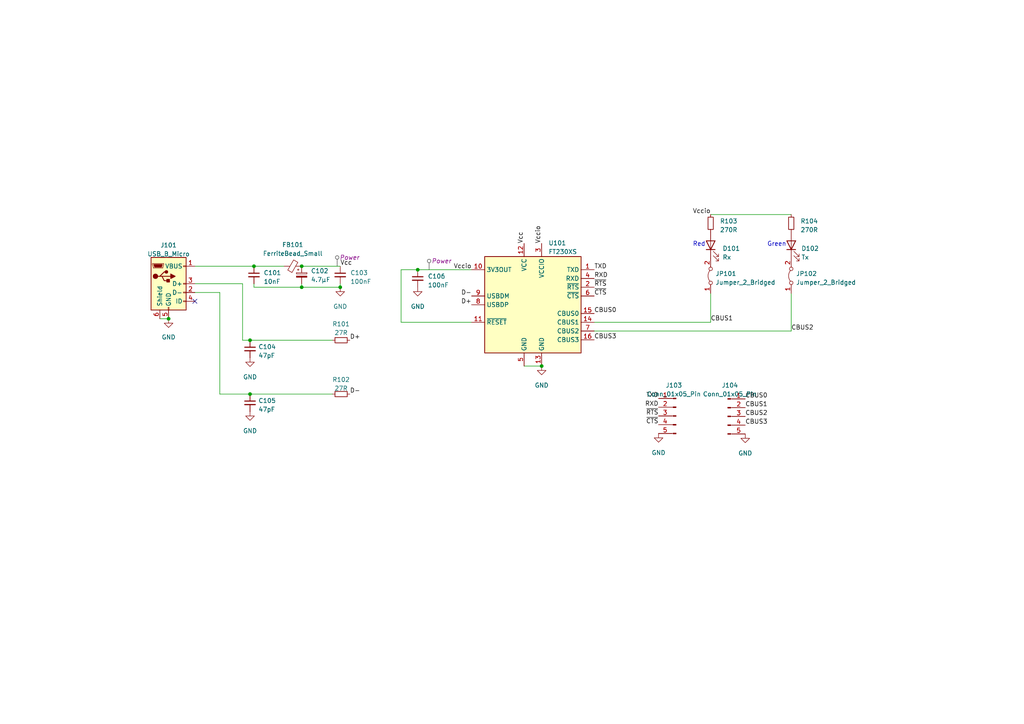
<source format=kicad_sch>
(kicad_sch (version 20230121) (generator eeschema)
  (paper "A4")
  (title_block (title "FT230X Breakout") (date "2024-07-05") (rev "1.1") (company "Copyright (c) 2024 Jason R. Thorpe.  See LICENSE."))
  (lib_symbols
    (symbol "Connector:Conn_01x05_Pin" (pin_names (offset 1.016) hide)
      (property "Reference" "J" (at 0 7.62 0))
      (property "Value" "Conn_01x05_Pin" (at 0 -7.62 0))
      (symbol "Conn_01x05_Pin_1_1"
        (polyline (pts (xy 1.27 -5.08) (xy 0.8636 -5.08)) (stroke (width 0.1524)))
        (polyline (pts (xy 1.27 -2.54) (xy 0.8636 -2.54)) (stroke (width 0.1524)))
        (polyline (pts (xy 1.27 0) (xy 0.8636 0)) (stroke (width 0.1524)))
        (polyline (pts (xy 1.27 2.54) (xy 0.8636 2.54)) (stroke (width 0.1524)))
        (polyline (pts (xy 1.27 5.08) (xy 0.8636 5.08)) (stroke (width 0.1524)))
        (rectangle (start 0.8636 -4.953) (end 0 -5.207) (stroke (width 0.1524)) (fill (type outline)))
        (rectangle (start 0.8636 -2.413) (end 0 -2.667) (stroke (width 0.1524)) (fill (type outline)))
        (rectangle (start 0.8636 0.127) (end 0 -0.127) (stroke (width 0.1524)) (fill (type outline)))
        (rectangle (start 0.8636 2.667) (end 0 2.413) (stroke (width 0.1524)) (fill (type outline)))
        (rectangle (start 0.8636 5.207) (end 0 4.953) (stroke (width 0.1524)) (fill (type outline)))
        (pin passive line (at 5.08 5.08 180) (length 3.81) (name "Pin_1") (number "1"))
        (pin passive line (at 5.08 2.54 180) (length 3.81) (name "Pin_2") (number "2"))
        (pin passive line (at 5.08 0 180) (length 3.81) (name "Pin_3") (number "3"))
        (pin passive line (at 5.08 -2.54 180) (length 3.81) (name "Pin_4") (number "4"))
        (pin passive line (at 5.08 -5.08 180) (length 3.81) (name "Pin_5") (number "5"))
      )
    )
    (symbol "Connector:USB_B_Micro" (pin_names (offset 1.016))
      (property "Reference" "J" (at -5.08 11.43 0))
      (property "Value" "USB_B_Micro" (at -5.08 8.89 0))
      (symbol "USB_B_Micro_0_1"
        (rectangle (start -5.08 -7.62) (end 5.08 7.62) (stroke (width 0.254)) (fill (type background)))
        (circle (center -3.81 2.159) (radius 0.635) (stroke (width 0.254)) (fill (type outline)))
        (circle (center -0.635 3.429) (radius 0.381) (stroke (width 0.254)) (fill (type outline)))
        (rectangle (start -0.127 -7.62) (end 0.127 -6.858))
        (polyline (pts (xy -1.905 2.159) (xy 0.635 2.159)) (stroke (width 0.254)))
        (polyline (pts (xy -3.175 2.159) (xy -2.54 2.159) (xy -1.27 3.429) (xy -0.635 3.429)) (stroke (width 0.254)))
        (polyline (pts (xy -2.54 2.159) (xy -1.905 2.159) (xy -1.27 0.889) (xy 0 0.889)) (stroke (width 0.254)))
        (polyline (pts (xy 0.635 2.794) (xy 0.635 1.524) (xy 1.905 2.159) (xy 0.635 2.794)) (stroke (width 0.254)) (fill (type outline)))
        (polyline (pts (xy -4.318 5.588) (xy -1.778 5.588) (xy -2.032 4.826) (xy -4.064 4.826) (xy -4.318 5.588)) (fill (type outline)))
        (polyline (pts (xy -4.699 5.842) (xy -4.699 5.588) (xy -4.445 4.826) (xy -4.445 4.572) (xy -1.651 4.572) (xy -1.651 4.826) (xy -1.397 5.588) (xy -1.397 5.842) (xy -4.699 5.842)))
        (rectangle (start 0.254 1.27) (end -0.508 0.508) (stroke (width 0.254)) (fill (type outline)))
        (rectangle (start 5.08 -5.207) (end 4.318 -4.953))
        (rectangle (start 5.08 -2.667) (end 4.318 -2.413))
        (rectangle (start 5.08 -0.127) (end 4.318 0.127))
        (rectangle (start 5.08 4.953) (end 4.318 5.207))
      )
      (symbol "USB_B_Micro_1_1"
        (pin power_out line (at 7.62 5.08 180) (length 2.54) (name "VBUS") (number "1"))
        (pin bidirectional line (at 7.62 -2.54 180) (length 2.54) (name "D-") (number "2"))
        (pin bidirectional line (at 7.62 0 180) (length 2.54) (name "D+") (number "3"))
        (pin passive line (at 7.62 -5.08 180) (length 2.54) (name "ID") (number "4"))
        (pin power_out line (at 0 -10.16 90) (length 2.54) (name "GND") (number "5"))
        (pin passive line (at -2.54 -10.16 90) (length 2.54) (name "Shield") (number "6"))
      )
    )
    (symbol "Device:C_Polarized_Small" (pin_numbers hide) (pin_names (offset 0.254) hide)
      (property "Reference" "C" (at 0.254 1.778 0))
      (property "Value" "C_Polarized_Small" (at 0.254 -2.032 0))
      (symbol "C_Polarized_Small_0_1"
        (rectangle (start -1.524 -0.3048) (end 1.524 -0.6858) (fill (type outline)))
        (rectangle (start -1.524 0.6858) (end 1.524 0.3048))
        (polyline (pts (xy -1.27 1.524) (xy -0.762 1.524)))
        (polyline (pts (xy -1.016 1.27) (xy -1.016 1.778)))
      )
      (symbol "C_Polarized_Small_1_1"
        (pin passive line (at 0 2.54 270) (length 1.8542) (name "~") (number "1"))
        (pin passive line (at 0 -2.54 90) (length 1.8542) (name "~") (number "2"))
      )
    )
    (symbol "Device:C_Small" (pin_numbers hide) (pin_names (offset 0.254) hide)
      (property "Reference" "C" (at 0.254 1.778 0))
      (property "Value" "C_Small" (at 0.254 -2.032 0))
      (symbol "C_Small_0_1"
        (polyline (pts (xy -1.524 -0.508) (xy 1.524 -0.508)) (stroke (width 0.3302)))
        (polyline (pts (xy -1.524 0.508) (xy 1.524 0.508)) (stroke (width 0.3048)))
      )
      (symbol "C_Small_1_1"
        (pin passive line (at 0 2.54 270) (length 2.032) (name "~") (number "1"))
        (pin passive line (at 0 -2.54 90) (length 2.032) (name "~") (number "2"))
      )
    )
    (symbol "Device:FerriteBead_Small" (pin_numbers hide) (pin_names (offset 0))
      (property "Reference" "FB" (at 1.905 1.27 0))
      (property "Value" "FerriteBead_Small" (at 1.905 -1.27 0))
      (symbol "FerriteBead_Small_0_1"
        (polyline (pts (xy 0 -1.27) (xy 0 -0.7874)))
        (polyline (pts (xy 0 0.889) (xy 0 1.2954)))
        (polyline (pts (xy -1.8288 0.2794) (xy -1.1176 1.4986) (xy 1.8288 -0.2032) (xy 1.1176 -1.4224) (xy -1.8288 0.2794)))
      )
      (symbol "FerriteBead_Small_1_1"
        (pin passive line (at 0 2.54 270) (length 1.27) (name "~") (number "1"))
        (pin passive line (at 0 -2.54 90) (length 1.27) (name "~") (number "2"))
      )
    )
    (symbol "Device:LED" (pin_numbers hide) (pin_names (offset 1.016) hide)
      (property "Reference" "D" (at 0 2.54 0))
      (property "Value" "LED" (at 0 -2.54 0))
      (symbol "LED_0_1"
        (polyline (pts (xy -1.27 -1.27) (xy -1.27 1.27)) (stroke (width 0.254)))
        (polyline (pts (xy -1.27 0) (xy 1.27 0)))
        (polyline (pts (xy 1.27 -1.27) (xy 1.27 1.27) (xy -1.27 0) (xy 1.27 -1.27)) (stroke (width 0.254)))
        (polyline (pts (xy -3.048 -0.762) (xy -4.572 -2.286) (xy -3.81 -2.286) (xy -4.572 -2.286) (xy -4.572 -1.524)))
        (polyline (pts (xy -1.778 -0.762) (xy -3.302 -2.286) (xy -2.54 -2.286) (xy -3.302 -2.286) (xy -3.302 -1.524)))
      )
      (symbol "LED_1_1"
        (pin passive line (at -3.81 0 0) (length 2.54) (name "K") (number "1"))
        (pin passive line (at 3.81 0 180) (length 2.54) (name "A") (number "2"))
      )
    )
    (symbol "Device:R_Small" (pin_numbers hide) (pin_names (offset 0.254) hide)
      (property "Reference" "R" (at 0.762 0.508 0))
      (property "Value" "R_Small" (at 0.762 -1.016 0))
      (symbol "R_Small_0_1"
        (rectangle (start -0.762 1.778) (end 0.762 -1.778) (stroke (width 0.2032)))
      )
      (symbol "R_Small_1_1"
        (pin passive line (at 0 2.54 270) (length 0.762) (name "~") (number "1"))
        (pin passive line (at 0 -2.54 90) (length 0.762) (name "~") (number "2"))
      )
    )
    (symbol "Interface_USB:FT230XS"
      (property "Reference" "U" (at -13.97 15.24 0))
      (property "Value" "FT230XS" (at 7.62 15.24 0))
      (symbol "FT230XS_0_1"
        (rectangle (start -13.97 13.97) (end 13.97 -13.97) (stroke (width 0.254)) (fill (type background)))
      )
      (symbol "FT230XS_1_1"
        (pin output line (at 17.78 10.16 180) (length 3.81) (name "TXD") (number "1"))
        (pin power_out line (at -17.78 10.16 0) (length 3.81) (name "3V3OUT") (number "10"))
        (pin input line (at -17.78 -5.08 0) (length 3.81) (name "~{RESET}") (number "11"))
        (pin power_in line (at -2.54 17.78 270) (length 3.81) (name "VCC") (number "12"))
        (pin power_in line (at 2.54 -17.78 90) (length 3.81) (name "GND") (number "13"))
        (pin bidirectional line (at 17.78 -5.08 180) (length 3.81) (name "CBUS1") (number "14"))
        (pin bidirectional line (at 17.78 -2.54 180) (length 3.81) (name "CBUS0") (number "15"))
        (pin bidirectional line (at 17.78 -10.16 180) (length 3.81) (name "CBUS3") (number "16"))
        (pin output line (at 17.78 5.08 180) (length 3.81) (name "~{RTS}") (number "2"))
        (pin power_in line (at 2.54 17.78 270) (length 3.81) (name "VCCIO") (number "3"))
        (pin input line (at 17.78 7.62 180) (length 3.81) (name "RXD") (number "4"))
        (pin power_in line (at -2.54 -17.78 90) (length 3.81) (name "GND") (number "5"))
        (pin input line (at 17.78 2.54 180) (length 3.81) (name "~{CTS}") (number "6"))
        (pin bidirectional line (at 17.78 -7.62 180) (length 3.81) (name "CBUS2") (number "7"))
        (pin bidirectional line (at -17.78 0 0) (length 3.81) (name "USBDP") (number "8"))
        (pin bidirectional line (at -17.78 2.54 0) (length 3.81) (name "USBDM") (number "9"))
      )
    )
    (symbol "Jumper:Jumper_2_Bridged" (pin_names (offset 0) hide)
      (property "Reference" "JP" (at 0 1.905 0))
      (property "Value" "Jumper_2_Bridged" (at 0 -2.54 0))
      (symbol "Jumper_2_Bridged_0_0"
        (circle (center -2.032 0) (radius 0.508))
        (circle (center 2.032 0) (radius 0.508))
      )
      (symbol "Jumper_2_Bridged_0_1"
        (arc (start 1.524 0.254) (mid 0 0.762) (end -1.524 0.254))
      )
      (symbol "Jumper_2_Bridged_1_1"
        (pin passive line (at -5.08 0 0) (length 2.54) (name "A") (number "1"))
        (pin passive line (at 5.08 0 180) (length 2.54) (name "B") (number "2"))
      )
    )
    (symbol "power:GND" (power) (pin_names (offset 0))
      (property "Value" "GND" (at 0 -3.81 0))
      (symbol "GND_0_1"
        (polyline (pts (xy 0 0) (xy 0 -1.27) (xy 1.27 -1.27) (xy 0 -2.54) (xy -1.27 -1.27) (xy 0 -1.27)))
      )
      (symbol "GND_1_1"
        (pin power_in line (at 0 0 270) (length 0) hide (name "GND") (number "1"))
      )
    )
  )
  (junction (at 98.679 83.312))
  (junction (at 157.099 106.172))
  (junction (at 48.895 92.456))
  (junction (at 72.517 98.679))
  (junction (at 87.503 77.216))
  (junction (at 121.158 78.232))
  (junction (at 73.66 77.216))
  (junction (at 87.503 83.312))
  (junction (at 72.517 114.3))
  (no_connect (at 56.515 87.376))
  (wire (pts (xy 56.515 77.216) (xy 73.66 77.216)))
  (wire (pts (xy 229.489 96.012) (xy 172.339 96.012)))
  (wire (pts (xy 116.332 78.232) (xy 116.332 93.472)))
  (wire (pts (xy 73.66 77.216) (xy 82.423 77.216)))
  (wire (pts (xy 73.66 83.312) (xy 87.503 83.312)))
  (wire (pts (xy 87.503 83.312) (xy 87.503 82.296)))
  (wire (pts (xy 56.515 84.836) (xy 63.754 84.836)))
  (wire (pts (xy 206.121 93.472) (xy 172.339 93.472)))
  (wire (pts (xy 121.158 78.232) (xy 116.332 78.232)))
  (wire (pts (xy 206.121 62.23) (xy 229.489 62.23)))
  (wire (pts (xy 229.489 85.09) (xy 229.489 96.012)))
  (wire (pts (xy 121.158 78.232) (xy 136.779 78.232)))
  (wire (pts (xy 63.754 114.3) (xy 72.517 114.3)))
  (wire (pts (xy 70.358 82.296) (xy 70.358 98.679)))
  (wire (pts (xy 116.332 93.472) (xy 136.779 93.472)))
  (wire (pts (xy 206.121 85.09) (xy 206.121 93.472)))
  (wire (pts (xy 63.754 84.836) (xy 63.754 114.3)))
  (wire (pts (xy 72.517 98.679) (xy 96.393 98.679)))
  (wire (pts (xy 72.517 114.3) (xy 96.393 114.3)))
  (wire (pts (xy 87.503 77.216) (xy 98.679 77.216)))
  (wire (pts (xy 46.355 92.456) (xy 48.895 92.456)))
  (wire (pts (xy 87.503 83.312) (xy 98.679 83.312)))
  (wire (pts (xy 152.019 106.172) (xy 157.099 106.172)))
  (wire (pts (xy 56.515 82.296) (xy 70.358 82.296)))
  (wire (pts (xy 70.358 98.679) (xy 72.517 98.679)))
  (wire (pts (xy 73.66 82.296) (xy 73.66 83.312)))
  (wire (pts (xy 98.679 83.312) (xy 98.679 82.296)))
  (text "Red" (at 200.914 71.628 0) (effects (font (size 1.27 1.27)) (justify left bottom)))
  (text "Green" (at 222.504 71.628 0) (effects (font (size 1.27 1.27)) (justify left bottom)))
  (label "CBUS2" (at 229.489 96.012 0))
  (label "D+" (at 136.779 88.392 180))
  (label "RXD" (at 172.339 80.772 0))
  (label "TXD" (at 191.008 115.57 180))
  (label "~{CTS}" (at 191.008 123.19 180))
  (label "Vccio" (at 206.121 62.23 180))
  (label "CBUS3" (at 216.154 123.317 0))
  (label "Vccio" (at 157.099 70.612 90))
  (label "Vccio" (at 136.779 78.232 180))
  (label "CBUS2" (at 216.154 120.777 0))
  (label "CBUS1" (at 216.154 118.237 0))
  (label "D-" (at 101.473 114.3 0))
  (label "CBUS3" (at 172.339 98.552 0))
  (label "~{CTS}" (at 172.339 85.852 0))
  (label "Vcc" (at 152.019 70.612 90))
  (label "Vcc" (at 98.679 77.216 0))
  (label "CBUS0" (at 172.339 90.932 0))
  (label "~{RTS}" (at 172.339 83.312 0))
  (label "RXD" (at 191.008 118.11 180))
  (label "D-" (at 136.779 85.852 180))
  (label "CBUS1" (at 206.121 93.345 0))
  (label "TXD" (at 172.339 78.232 0))
  (label "~{RTS}" (at 191.008 120.65 180))
  (label "D+" (at 101.473 98.679 0))
  (label "CBUS0" (at 216.154 115.697 0))
  (netclass_flag "" (length 2.54) (shape round) (at 124.46 78.232 0) (property "Netclass" "Power" (at 125.1585 75.692 0) (effects (font italic) (justify left))))
  (netclass_flag "" (length 2.54) (shape round) (at 97.79 77.216 0) (property "Netclass" "Power" (at 98.4885 74.676 0) (effects (font italic) (justify left))))
  (symbol (lib_id "power:GND") (at 98.679 83.312 0) (unit 1)
    (property "Reference" "#PWR0102" (effects hide))
    (property "Value" "GND" (at 98.679 88.9 0))
  )
  (symbol (lib_id "Device:C_Small") (at 72.517 101.219 0) (unit 1)
    (property "Reference" "C104" (at 74.93 100.5903 0) (effects (justify left)))
    (property "Value" "47pF" (at 74.93 103.1303 0) (effects (justify left)))
    (property "Footprint" "Capacitor_SMD:C_0805_2012Metric_Pad1.18x1.45mm_HandSolder" (effects hide))
  )
  (symbol (lib_id "Device:LED") (at 229.489 71.12 90) (unit 1)
    (property "Reference" "D102" (at 232.41 72.0725 90) (effects (justify right)))
    (property "Value" "Tx" (at 232.41 74.6125 90) (effects (justify right)))
    (property "Footprint" "LED_SMD:LED_0805_2012Metric_Pad1.15x1.40mm_HandSolder" (effects hide))
    (property "Part" "Wurth 150080RS75000" (effects hide))
    (property "Mouser" "710-150080RS75000" (effects hide))
  )
  (symbol (lib_id "Device:FerriteBead_Small") (at 84.963 77.216 90) (unit 1)
    (property "Reference" "FB101" (at 84.9249 70.993 90))
    (property "Value" "FerriteBead_Small" (at 84.9249 73.533 90))
    (property "Footprint" "Capacitor_SMD:C_0805_2012Metric_Pad1.18x1.45mm_HandSolder" (effects hide))
    (property "Datasheet" "https://www.mouser.com/datasheet/2/987/mi0805k400r_10_datasheet-2947075.pdf" (effects hide))
    (property "Part" "Laird MI0805K400R-10" (effects hide))
    (property "Mouser" "875-MI0805K400R-10" (effects hide))
  )
  (symbol (lib_id "Jumper:Jumper_2_Bridged") (at 229.489 80.01 90) (unit 1)
    (property "Reference" "JP102" (at 230.886 79.375 90) (effects (justify right)))
    (property "Value" "Jumper_2_Bridged" (at 230.886 81.915 90) (effects (justify right)))
    (property "Footprint" "Connector_PinHeader_2.54mm:PinHeader_1x02_P2.54mm_Vertical" (effects hide))
  )
  (symbol (lib_id "Jumper:Jumper_2_Bridged") (at 206.121 80.01 90) (unit 1)
    (property "Reference" "JP101" (at 207.518 79.375 90) (effects (justify right)))
    (property "Value" "Jumper_2_Bridged" (at 207.518 81.915 90) (effects (justify right)))
    (property "Footprint" "Connector_PinHeader_2.54mm:PinHeader_1x02_P2.54mm_Vertical" (effects hide))
  )
  (symbol (lib_id "Device:C_Polarized_Small") (at 87.503 79.756 0) (unit 1)
    (property "Reference" "C102" (at 90.17 78.5749 0) (effects (justify left)))
    (property "Value" "4.7µF" (at 90.17 81.1149 0) (effects (justify left)))
    (property "Footprint" "Capacitor_Tantalum_SMD:CP_EIA-2012-15_AVX-P_Pad1.30x1.05mm_HandSolder" (effects hide))
    (property "Part" "Kyocera AVX F951E475MPAAQ2" (effects hide))
    (property "Mouser" "647-F951E475MPAAQ2" (effects hide))
  )
  (symbol (lib_id "Device:C_Small") (at 73.66 79.756 0) (unit 1)
    (property "Reference" "C101" (at 76.454 79.1273 0) (effects (justify left)))
    (property "Value" "10nF" (at 76.454 81.6673 0) (effects (justify left)))
    (property "Footprint" "Capacitor_SMD:C_0805_2012Metric_Pad1.18x1.45mm_HandSolder" (effects hide))
  )
  (symbol (lib_id "Connector:USB_B_Micro") (at 48.895 82.296 0) (unit 1)
    (property "Reference" "J101" (at 48.895 71.12 0))
    (property "Value" "USB_B_Micro" (at 48.895 73.66 0))
    (property "Footprint" "Connector_USB:USB_Micro-B_Molex-105017-0001" (effects hide))
    (property "Part" "Molex 105017-0001" (effects hide))
    (property "Mouser" "538-105017-0001" (effects hide))
  )
  (symbol (lib_id "Device:R_Small") (at 229.489 64.77 0) (unit 1)
    (property "Reference" "R104" (at 232.156 64.135 0) (effects (justify left)))
    (property "Value" "270R" (at 232.156 66.675 0) (effects (justify left)))
    (property "Footprint" "Resistor_SMD:R_0805_2012Metric_Pad1.20x1.40mm_HandSolder" (effects hide))
  )
  (symbol (lib_id "power:GND") (at 191.008 125.73 0) (unit 1)
    (property "Reference" "#PWR0110" (effects hide))
    (property "Value" "GND" (at 191.008 131.318 0))
  )
  (symbol (lib_id "Device:LED") (at 206.121 71.12 90) (unit 1)
    (property "Reference" "D101" (at 209.55 72.0725 90) (effects (justify right)))
    (property "Value" "Rx" (at 209.55 74.6125 90) (effects (justify right)))
    (property "Footprint" "LED_SMD:LED_0805_2012Metric_Pad1.15x1.40mm_HandSolder" (effects hide))
    (property "Part" "Wurth 150080GS75000" (effects hide))
    (property "Mouser" "710-150080GS75000" (effects hide))
  )
  (symbol (lib_id "Device:C_Small") (at 98.679 79.756 0) (unit 1)
    (property "Reference" "C103" (at 101.6 79.1273 0) (effects (justify left)))
    (property "Value" "100nF" (at 101.6 81.6673 0) (effects (justify left)))
    (property "Footprint" "Capacitor_SMD:C_0805_2012Metric_Pad1.18x1.45mm_HandSolder" (effects hide))
  )
  (symbol (lib_id "power:GND") (at 48.895 92.456 0) (unit 1)
    (property "Reference" "#PWR0101" (effects hide))
    (property "Value" "GND" (at 48.895 97.79 0))
  )
  (symbol (lib_id "Interface_USB:FT230XS") (at 154.559 88.392 0) (unit 1)
    (property "Reference" "U101" (at 159.0549 70.485 0) (effects (justify left)))
    (property "Value" "FT230XS" (at 159.0549 73.025 0) (effects (justify left)))
    (property "Footprint" "Package_SO:SSOP-16_3.9x4.9mm_P0.635mm" (effects hide))
    (property "Datasheet" "https://www.ftdichip.com/Support/Documents/DataSheets/ICs/DS_FT230X.pdf" (effects hide))
  )
  (symbol (lib_id "Connector:Conn_01x05_Pin") (at 211.074 120.777 0) (unit 1)
    (property "Reference" "J104" (at 211.709 111.76 0))
    (property "Value" "Conn_01x05_Pin" (at 211.709 114.3 0))
    (property "Footprint" "Connector_PinHeader_2.54mm:PinHeader_1x05_P2.54mm_Vertical" (effects hide))
  )
  (symbol (lib_id "power:GND") (at 216.154 125.857 0) (unit 1)
    (property "Reference" "#PWR0109" (effects hide))
    (property "Value" "GND" (at 216.154 131.445 0))
  )
  (symbol (lib_id "Device:R_Small") (at 98.933 98.679 90) (unit 1)
    (property "Reference" "R101" (at 98.933 93.98 90))
    (property "Value" "27R" (at 98.933 96.52 90))
    (property "Footprint" "Resistor_SMD:R_0805_2012Metric_Pad1.20x1.40mm_HandSolder" (effects hide))
  )
  (symbol (lib_id "Device:R_Small") (at 98.933 114.3 90) (unit 1)
    (property "Reference" "R102" (at 98.933 110.109 90))
    (property "Value" "27R" (at 98.933 112.649 90))
    (property "Footprint" "Resistor_SMD:R_0805_2012Metric_Pad1.20x1.40mm_HandSolder" (effects hide))
  )
  (symbol (lib_id "Device:C_Small") (at 121.158 80.772 0) (unit 1)
    (property "Reference" "C106" (at 124.079 80.1433 0) (effects (justify left)))
    (property "Value" "100nF" (at 124.079 82.6833 0) (effects (justify left)))
    (property "Footprint" "Capacitor_SMD:C_0805_2012Metric_Pad1.18x1.45mm_HandSolder" (effects hide))
  )
  (symbol (lib_id "power:GND") (at 72.517 103.759 0) (unit 1)
    (property "Reference" "#PWR0103" (effects hide))
    (property "Value" "GND" (at 72.517 109.347 0))
  )
  (symbol (lib_id "power:GND") (at 72.517 119.38 0) (unit 1)
    (property "Reference" "#PWR0104" (effects hide))
    (property "Value" "GND" (at 72.517 124.968 0))
  )
  (symbol (lib_id "Connector:Conn_01x05_Pin") (at 196.088 120.65 0) (mirror y) (unit 1)
    (property "Reference" "J103" (at 195.453 111.76 0))
    (property "Value" "Conn_01x05_Pin" (at 195.453 114.3 0))
    (property "Footprint" "Connector_PinHeader_2.54mm:PinHeader_1x05_P2.54mm_Vertical" (effects hide))
  )
  (symbol (lib_id "power:GND") (at 157.099 106.172 0) (unit 1)
    (property "Reference" "#PWR0106" (effects hide))
    (property "Value" "GND" (at 157.099 111.76 0))
  )
  (symbol (lib_id "power:GND") (at 121.158 83.312 0) (unit 1)
    (property "Reference" "#PWR0105" (effects hide))
    (property "Value" "GND" (at 121.158 88.9 0))
  )
  (symbol (lib_id "Device:C_Small") (at 72.517 116.84 0) (unit 1)
    (property "Reference" "C105" (at 74.93 116.2113 0) (effects (justify left)))
    (property "Value" "47pF" (at 74.93 118.7513 0) (effects (justify left)))
    (property "Footprint" "Capacitor_SMD:C_0805_2012Metric_Pad1.18x1.45mm_HandSolder" (effects hide))
  )
  (symbol (lib_id "Device:R_Small") (at 206.121 64.77 0) (unit 1)
    (property "Reference" "R103" (at 208.788 64.135 0) (effects (justify left)))
    (property "Value" "270R" (at 208.788 66.675 0) (effects (justify left)))
    (property "Footprint" "Resistor_SMD:R_0805_2012Metric_Pad1.20x1.40mm_HandSolder" (effects hide))
  )
)
</source>
